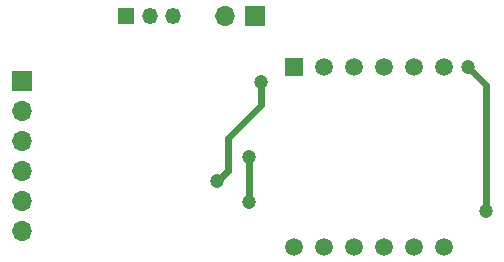
<source format=gbr>
%TF.GenerationSoftware,KiCad,Pcbnew,7.0.5*%
%TF.CreationDate,2024-02-26T15:45:18+01:00*%
%TF.ProjectId,thermometer-hw,74686572-6d6f-46d6-9574-65722d68772e,rev?*%
%TF.SameCoordinates,Original*%
%TF.FileFunction,Copper,L2,Bot*%
%TF.FilePolarity,Positive*%
%FSLAX46Y46*%
G04 Gerber Fmt 4.6, Leading zero omitted, Abs format (unit mm)*
G04 Created by KiCad (PCBNEW 7.0.5) date 2024-02-26 15:45:18*
%MOMM*%
%LPD*%
G01*
G04 APERTURE LIST*
%TA.AperFunction,ComponentPad*%
%ADD10R,1.350000X1.350000*%
%TD*%
%TA.AperFunction,ComponentPad*%
%ADD11O,1.350000X1.350000*%
%TD*%
%TA.AperFunction,ComponentPad*%
%ADD12R,1.700000X1.700000*%
%TD*%
%TA.AperFunction,ComponentPad*%
%ADD13O,1.700000X1.700000*%
%TD*%
%TA.AperFunction,ComponentPad*%
%ADD14R,1.500000X1.500000*%
%TD*%
%TA.AperFunction,ComponentPad*%
%ADD15C,1.500000*%
%TD*%
%TA.AperFunction,ViaPad*%
%ADD16C,1.200000*%
%TD*%
%TA.AperFunction,Conductor*%
%ADD17C,0.600000*%
%TD*%
G04 APERTURE END LIST*
D10*
%TO.P,J1,1,Pin_1*%
%TO.N,1W*%
X11970000Y28067000D03*
D11*
%TO.P,J1,2,Pin_2*%
%TO.N,+BATT*%
X13970000Y28067000D03*
%TO.P,J1,3,Pin_3*%
%TO.N,GND*%
X15970000Y28067000D03*
%TD*%
D12*
%TO.P,J2,1,Pin_1*%
%TO.N,+BATT*%
X22860000Y28067000D03*
D13*
%TO.P,J2,2,Pin_2*%
%TO.N,GND*%
X20320000Y28067000D03*
%TD*%
D14*
%TO.P,U3,1,e*%
%TO.N,Net-(U2-SEG_E)*%
X26165000Y23776000D03*
D15*
%TO.P,U3,2,d*%
%TO.N,Net-(U2-SEG_D)*%
X28705000Y23776000D03*
%TO.P,U3,3,DPX*%
%TO.N,Net-(U2-SEG_DP)*%
X31245000Y23776000D03*
%TO.P,U3,4,c*%
%TO.N,Net-(U2-SEG_C)*%
X33785000Y23776000D03*
%TO.P,U3,5,g*%
%TO.N,Net-(U2-SEG_G)*%
X36325000Y23776000D03*
%TO.P,U3,6,CC4*%
%TO.N,DIGIT3*%
X38865000Y23776000D03*
%TO.P,U3,7,b*%
%TO.N,Net-(U2-SEG_B)*%
X38865000Y8536000D03*
%TO.P,U3,8,CC3*%
%TO.N,DIGIT2*%
X36325000Y8536000D03*
%TO.P,U3,9,CC2*%
%TO.N,DIGIT1*%
X33785000Y8536000D03*
%TO.P,U3,10,f*%
%TO.N,Net-(U2-SEG_F)*%
X31245000Y8536000D03*
%TO.P,U3,11,a*%
%TO.N,Net-(U2-SEG_A)*%
X28705000Y8536000D03*
%TO.P,U3,12,CC1*%
%TO.N,DIGIT0*%
X26165000Y8536000D03*
%TD*%
D12*
%TO.P,J3,1,Pin_1*%
%TO.N,MOSI*%
X3175000Y22606000D03*
D13*
%TO.P,J3,2,Pin_2*%
%TO.N,RST*%
X3175000Y20066000D03*
%TO.P,J3,3,Pin_3*%
%TO.N,+BATT*%
X3175000Y17526000D03*
%TO.P,J3,4,Pin_4*%
%TO.N,MISO*%
X3175000Y14986000D03*
%TO.P,J3,5,Pin_5*%
%TO.N,SCK*%
X3175000Y12446000D03*
%TO.P,J3,6,Pin_6*%
%TO.N,GND*%
X3175000Y9906000D03*
%TD*%
D16*
%TO.N,GND*%
X22352000Y12319000D03*
X22352000Y16129000D03*
%TO.N,SCK*%
X19685000Y14097000D03*
X23368000Y22478999D03*
%TO.N,DIGIT3*%
X42418000Y11557000D03*
X40894000Y23749001D03*
%TD*%
D17*
%TO.N,GND*%
X22352000Y16129000D02*
X22352000Y12319000D01*
%TO.N,SCK*%
X19685000Y14097000D02*
X20574000Y14986000D01*
X20574000Y14986000D02*
X20574000Y17780000D01*
X20574000Y17780000D02*
X23368000Y20574000D01*
X23368000Y20574000D02*
X23368000Y22478999D01*
%TO.N,DIGIT3*%
X40894000Y23749001D02*
X42418000Y22225000D01*
X42418000Y22225000D02*
X42418000Y11557000D01*
%TD*%
M02*

</source>
